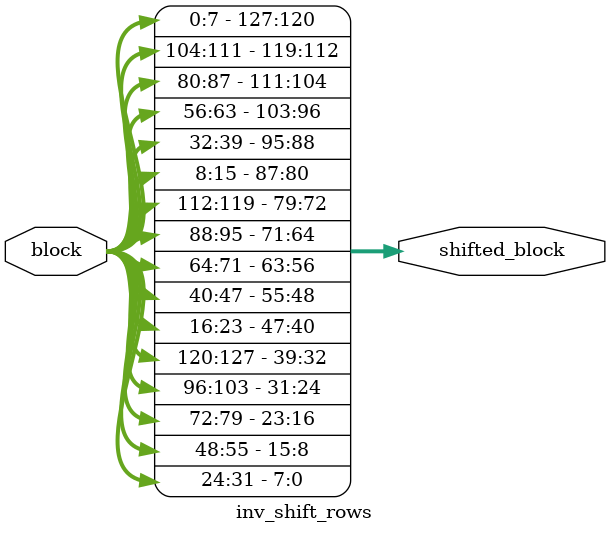
<source format=sv>
module inv_shift_rows(
    input [0:127]block,
    output logic [0:127]shifted_block
);
    assign shifted_block[0:31] = {block[0 +: 8], block[104 +: 8], block[80 +: 8], block[56 +: 8]};
    assign shifted_block[32:63] = {block[32 +: 8], block[8 +: 8], block[112 +: 8], block[88 +: 8]};
    assign shifted_block[64:95] = {block[64 +: 8], block[40 +: 8], block[16 +: 8], block[120 +: 8]};
    assign shifted_block[96:127] = {block[96 +: 8], block[72 +: 8], block[48 +: 8], block[24 +: 8]};

endmodule
</source>
